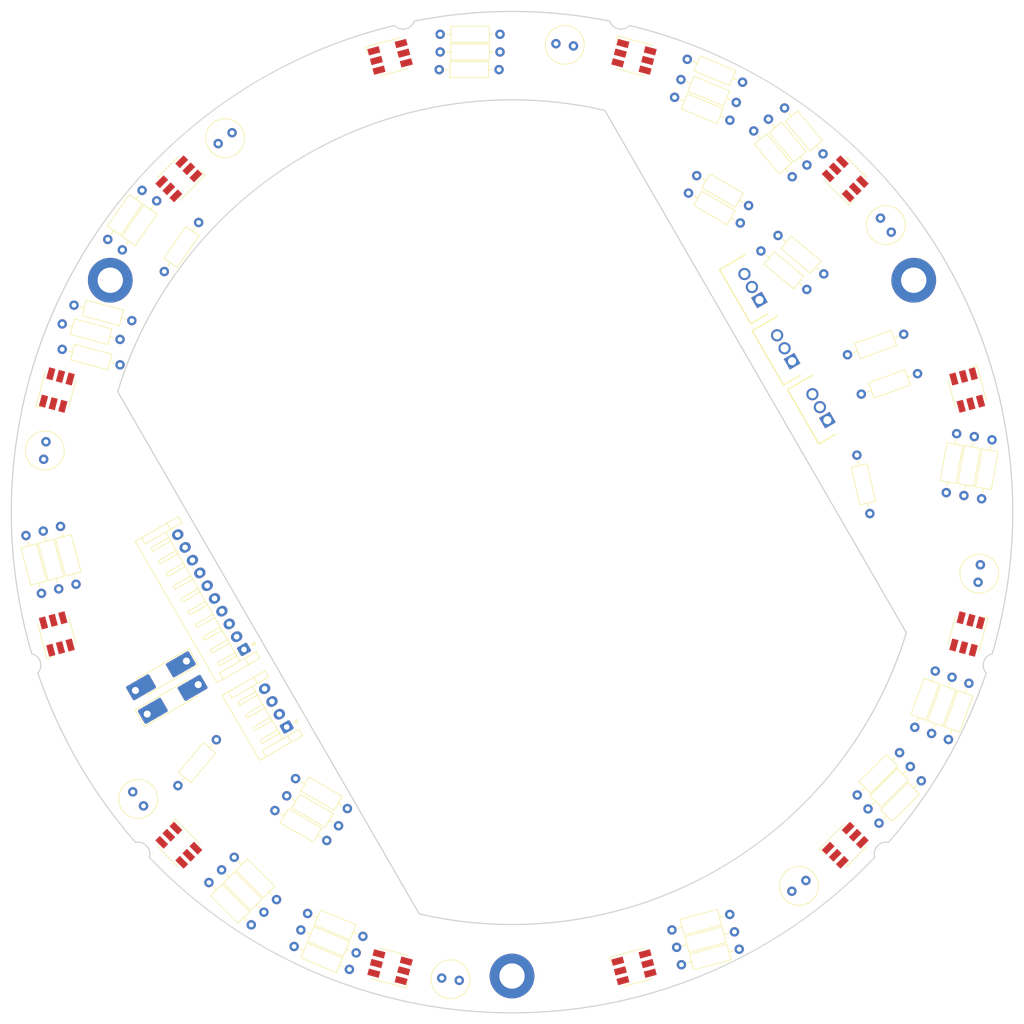
<source format=kicad_pcb>
(kicad_pcb (version 20240108) (generator "pcbnew") (generator_version "8.0")
  (layers (0 "F.Cu" signal) (31 "B.Cu" signal) (34 "B.Paste" user) (35 "F.Paste" user) (36 "B.SilkS" user "B.Silkscreen") (37 "F.SilkS" user "F.Silkscreen") (38 "B.Mask" user) (39 "F.Mask" user) (44 "Edge.Cuts" user))
  (net 0 "")
  (net 1 "pr1")
  (net 2 "Net-(D1-BK)")
  (net 3 "pr2")
  (net 4 "pr3")
  (net 5 "pr4")
  (net 6 "pr5")
  (net 7 "pr6")
  (net 8 "pr7")
  (net 9 "pr8")
  (net 10 "Net-(D1-BA)")
  (net 11 "Net-(D1-GA)")
  (net 12 "Net-(Q1-E)")
  (net 13 "Net-(D1-RA)")
  (net 14 "Net-(D2-BA)")
  (net 15 "Net-(D2-GA)")
  (net 16 "Net-(D2-RA)")
  (net 17 "Net-(D3-BA)")
  (net 18 "Net-(D3-GA)")
  (net 19 "Net-(D3-RA)")
  (net 20 "Net-(D4-BA)")
  (net 21 "Net-(D4-GA)")
  (net 22 "Net-(D4-RA)")
  (net 23 "Net-(D5-BA)")
  (net 24 "Net-(D5-GA)")
  (net 25 "Net-(D5-RA)")
  (net 26 "Net-(D6-BA)")
  (net 27 "Net-(D6-GA)")
  (net 28 "Net-(D6-RA)")
  (net 29 "Net-(D7-BA)")
  (net 30 "Net-(D7-GA)")
  (net 31 "Net-(D7-RA)")
  (net 32 "Net-(D8-BA)")
  (net 33 "Net-(D8-GA)")
  (net 34 "Net-(D8-RA)")
  (net 35 "Net-(D9-BA)")
  (net 36 "Net-(D9-GA)")
  (net 37 "Net-(D9-RA)")
  (net 38 "Net-(D10-BA)")
  (net 39 "Net-(D10-GA)")
  (net 40 "Net-(D10-RA)")
  (net 41 "Net-(D11-BA)")
  (net 42 "Net-(D11-GA)")
  (net 43 "Net-(D11-RA)")
  (net 44 "Net-(D12-BA)")
  (net 45 "Net-(D12-GA)")
  (net 46 "Net-(D12-RA)")
  (net 47 "GND")
  (net 48 "5V")
  (net 49 "Net-(D14-K)")
  (net 50 "Net-(Q1-B)")
  (net 51 "BLAUW")
  (net 52 "GROEN")
  (net 53 "Net-(Q2-B)")
  (net 54 "ROOD")
  (net 55 "Net-(Q3-B)")
  (net 57 "Net-(Q3-E)")
  (net 58 "Net-(Q2-E)")
  (footprint "LED_SMD:LED_RGB_5050-6" (layer "F.Cu") (at 38.8259 83.3945 75)
    (property "Reference" "D11" (hide yes))
    (property "Value" "LED_RGB")
    (pad "1" smd rect (at -2.4 -1.700001 165) (size 1.1 2) (layers "F.Cu" "F.Paste" "F.Mask") (net 2 "Net-(D1-BK)"))
    (pad "2" smd rect (at -2.4 -0.000001 165) (size 1.1 2) (layers "F.Cu" "F.Paste" "F.Mask") (net 2 "Net-(D1-BK)"))
    (pad "3" smd rect (at -2.4 1.7 165) (size 1.1 2) (layers "F.Cu" "F.Paste" "F.Mask") (net 2 "Net-(D1-BK)"))
    (pad "4" smd rect (at 2.4 1.700001 165) (size 1.1 2) (layers "F.Cu" "F.Paste" "F.Mask") (net 41 "Net-(D11-BA)"))
    (pad "5" smd rect (at 2.4 0.000001 165) (size 1.1 2) (layers "F.Cu" "F.Paste" "F.Mask") (net 42 "Net-(D11-GA)"))
    (pad "6" smd rect (at 2.4 -1.7 165) (size 1.1 2) (layers "F.Cu" "F.Paste" "F.Mask") (net 43 "Net-(D11-RA)"))
  )
  (footprint "Library:FOTORESist" (layer "F.Cu") (at 67.3991 40.6317 38)
    (property "Reference" "PR8" (hide yes))
    (property "Value" "A1050")
    (pad "1" thru_hole circle (at -1.500001 -0.000001 38) (size 1.6 1.6) (drill 0.8) (layers "*.Cu" "*.Mask") (net 49 "Net-(D14-K)"))
    (pad "2" thru_hole circle (at 1.500001 0.000001 38) (size 1.6 1.6) (drill 0.8) (layers "*.Cu" "*.Mask") (net 9 "pr8"))
  )
  (footprint "Resistor_THT:R_Axial_DIN0207_L6.3mm_D2.5mm_P10.16mm_Horizontal" (layer "F.Cu") (at 62.9 54.95 -125)
    (property "Reference" "220Ω_36" (hide yes))
    (property "Value" "R_US" (hide yes))
    (pad "1" thru_hole circle (at 0 0 235) (size 1.6 1.6) (drill 0.8) (layers "*.Cu" "*.Mask") (net 46 "Net-(D12-RA)"))
    (pad "2" thru_hole oval (at 10.16 0 235) (size 1.6 1.6) (drill 0.8) (layers "*.Cu" "*.Mask") (net 12 "Net-(Q1-E)"))
  )
  (footprint "Resistor_THT:R_Axial_DIN0207_L6.3mm_D2.5mm_P10.16mm_Horizontal" (layer "F.Cu") (at 66.799999 164.85 -45)
    (property "Reference" "220Ω_26" (hide yes))
    (property "Value" "R_US" (hide yes))
    (pad "1" thru_hole circle (at 0 0 315) (size 1.6 1.6) (drill 0.8) (layers "*.Cu" "*.Mask") (net 36 "Net-(D9-GA)"))
    (pad "2" thru_hole oval (at 10.16 0 315) (size 1.6 1.6) (drill 0.8) (layers "*.Cu" "*.Mask") (net 58 "Net-(Q2-E)"))
  )
  (footprint "Resistor_THT:R_Axial_DIN0207_L6.3mm_D2.5mm_P10.16mm_Horizontal" (layer "F.Cu") (at 39.743097 76.485199 -15)
    (property "Reference" "220Ω_33" (hide yes))
    (property "Value" "R_US")
    (pad "1" thru_hole circle (at 0 0 345) (size 1.6 1.6) (drill 0.8) (layers "*.Cu" "*.Mask") (net 43 "Net-(D11-RA)"))
    (pad "2" thru_hole oval (at 10.16 0.000001 345) (size 1.6 1.6) (drill 0.8) (layers "*.Cu" "*.Mask") (net 12 "Net-(Q1-E)"))
  )
  (footprint "Resistor_THT:R_Axial_DIN0207_L6.3mm_D2.5mm_P10.16mm_Horizontal" (layer "F.Cu") (at 166.165361 45.191506 130)
    (property "Reference" "220Ω_8" (hide yes))
    (property "Value" "R_US")
    (pad "1" thru_hole circle (at 0 0 130) (size 1.6 1.6) (drill 0.8) (layers "*.Cu" "*.Mask") (net 18 "Net-(D3-GA)"))
    (pad "2" thru_hole oval (at 10.16 0 130) (size 1.6 1.6) (drill 0.8) (layers "*.Cu" "*.Mask") (net 58 "Net-(Q2-E)"))
  )
  (footprint "LED_SMD:LED_RGB_5050-6" (layer "F.Cu") (at 136.805524 181.374066 15)
    (property "Reference" "D7" (hide yes))
    (property "Value" "LED_RGB")
    (pad "1" smd rect (at -2.4 -1.7 105) (size 1.1 2) (layers "F.Cu" "F.Paste" "F.Mask") (net 2 "Net-(D1-BK)"))
    (pad "2" smd rect (at -2.4 0 105) (size 1.1 2) (layers "F.Cu" "F.Paste" "F.Mask") (net 2 "Net-(D1-BK)"))
    (pad "3" smd rect (at -2.4 1.7 105) (size 1.1 2) (layers "F.Cu" "F.Paste" "F.Mask") (net 2 "Net-(D1-BK)"))
    (pad "4" smd rect (at 2.4 1.7 105) (size 1.1 2) (layers "F.Cu" "F.Paste" "F.Mask") (net 29 "Net-(D7-BA)"))
    (pad "5" smd rect (at 2.4 0 105) (size 1.1 2) (layers "F.Cu" "F.Paste" "F.Mask") (net 30 "Net-(D7-GA)"))
    (pad "6" smd rect (at 2.4 -1.7 105) (size 1.1 2) (layers "F.Cu" "F.Paste" "F.Mask") (net 31 "Net-(D7-RA)"))
  )
  (footprint "Resistor_THT:R_Axial_DIN0207_L6.3mm_D2.5mm_P10.16mm_Horizontal" (layer "F.Cu") (at 89.643308 178.944032 157.5)
    (property "Reference" "220Ω_23" (hide yes))
    (property "Value" "R_US" (hide yes))
    (pad "1" thru_hole circle (at 0 0 157.5) (size 1.6 1.6) (drill 0.8) (layers "*.Cu" "*.Mask") (net 33 "Net-(D8-GA)"))
    (pad "2" thru_hole oval (at 10.16 0 157.5) (size 1.6 1.6) (drill 0.8) (layers "*.Cu" "*.Mask") (net 58 "Net-(Q2-E)"))
  )
  (footprint "LED_SMD:LED_RGB_5050-6" (layer "F.Cu") (at 59.531458 160.668542 -45)
    (property "Reference" "D9" (hide yes))
    (property "Value" "LED_RGB")
    (pad "1" smd rect (at -2.4 -1.7 45) (size 1.1 2) (layers "F.Cu" "F.Paste" "F.Mask") (net 2 "Net-(D1-BK)"))
    (pad "2" smd rect (at -2.4 0 45) (size 1.1 2) (layers "F.Cu" "F.Paste" "F.Mask") (net 2 "Net-(D1-BK)"))
    (pad "3" smd rect (at -2.4 1.7 45) (size 1.1 2) (layers "F.Cu" "F.Paste" "F.Mask") (net 2 "Net-(D1-BK)"))
    (pad "4" smd rect (at 2.4 1.7 45) (size 1.1 2) (layers "F.Cu" "F.Paste" "F.Mask") (net 35 "Net-(D9-BA)"))
    (pad "5" smd rect (at 2.4 0 45) (size 1.1 2) (layers "F.Cu" "F.Paste" "F.Mask") (net 36 "Net-(D9-GA)"))
    (pad "6" smd rect (at 2.4 -1.7 45) (size 1.1 2) (layers "F.Cu" "F.Paste" "F.Mask") (net 37 "Net-(D9-RA)"))
  )
  (footprint "Diode_SMD:D_MELF-RM10_Universal_Handsoldering" (layer "F.Cu") (at 56.5 131.9 -150)
    (property "Reference" "D13" (hide yes))
    (property "Value" "D")
    (pad "1" thru_hole roundrect (at -5 0 210) (size 4.5 2.7) (drill 1.19888 (offset 1.1 0)) (layers "*.Cu" "*.Mask") (roundrect_rratio 0.0925925926) (net 47 "GND"))
    (pad "2" thru_hole roundrect (at 5 0 30) (size 4.5 2.7) (drill 1.19888 (offset 1.1 0)) (layers "*.Cu" "*.Mask") (roundrect_rratio 0.0925925926) (net 2 "Net-(D1-BK)"))
  )
  (footprint "MountingHole:MountingHole_4.3mm_M4_ISO7380_Pad" (layer "F.Cu") (at 116.099501 182.875)
    (property "Reference" "J4" (hide yes))
    (property "Value" "Screw_Terminal_01x01")
    (pad "1" thru_hole circle (at 0 0) (size 7.6 7.6) (drill 4.3) (layers "*.Cu" "*.Mask") (net 2 "Net-(D1-BK)"))
  )
  (footprint "Connector_JST:JST_EH_S10B-EH_1x10_P2.50mm_Horizontal" (layer "F.Cu") (at 70.6 127.430127 120)
    (property "Reference" "J2" (hide yes))
    (property "Value" "Conn_01x10_Socket")
    (pad "1" thru_hole roundrect (at 0 0 120) (size 1.7 1.95) (drill 0.95) (layers "*.Cu" "*.Mask") (roundrect_rratio 0.147059) (net 48 "5V"))
    (pad "2" thru_hole oval (at 2.500001 -0.000001 120) (size 1.7 1.95) (drill 0.95) (layers "*.Cu" "*.Mask") (net 47 "GND"))
    (pad "3" thru_hole oval (at 5 0 120) (size 1.7 1.95) (drill 0.95) (layers "*.Cu" "*.Mask") (net 51 "BLAUW"))
    (pad "4" thru_hole oval (at 7.500001 -0.000002 120) (size 1.7 1.95) (drill 0.95) (layers "*.Cu" "*.Mask") (net 52 "GROEN"))
    (pad "5" thru_hole oval (at 10 0 120) (size 1.7 1.95) (drill 0.95) (layers "*.Cu" "*.Mask") (net 54 "ROOD"))
    (pad "6" thru_hole oval (at 12.500001 -0.000002 120) (size 1.7 1.95) (drill 0.95) (layers "*.Cu" "*.Mask") (net 9 "pr8"))
    (pad "7" thru_hole oval (at 15 0 120) (size 1.7 1.95) (drill 0.95) (layers "*.Cu" "*.Mask") (net 8 "pr7"))
    (pad "8" thru_hole oval (at 17.5 0 120) (size 1.7 1.95) (drill 0.95) (layers "*.Cu" "*.Mask") (net 7 "pr6"))
    (pad "9" thru_hole oval (at 19.999999 0.000001 120) (size 1.7 1.95) (drill 0.95) (layers "*.Cu" "*.Mask") (net 6 "pr5"))
    (pad "10" thru_hole oval (at 22.499999 0.000001 120) (size 1.7 1.95) (drill 0.95) (layers "*.Cu" "*.Mask") (net 5 "pr4"))
  )
  (footprint "Resistor_THT:R_Axial_DIN0207_L6.3mm_D2.5mm_P10.16mm_Horizontal" (layer "F.Cu") (at 55.777537 51.277415 -125)
    (property "Reference" "220Ω_35" (hide yes))
    (property "Value" "R_US" (hide yes))
    (pad "1" thru_hole circle (at 0 0 235) (size 1.6 1.6) (drill 0.8) (layers "*.Cu" "*.Mask") (net 45 "Net-(D12-GA)"))
    (pad "2" thru_hole oval (at 10.16 0 235) (size 1.6 1.6) (drill 0.8) (layers "*.Cu" "*.Mask") (net 58 "Net-(Q2-E)"))
  )
  (footprint "Library:FOTORESist" (layer "F.Cu") (at 164.800914 167.568267 -142.5)
    (property "Reference" "PR4" (hide yes))
    (property "Value" "A1050")
    (pad "1" thru_hole circle (at -1.5 0 217.5) (size 1.6 1.6) (drill 0.8) (layers "*.Cu" "*.Mask") (net 49 "Net-(D14-K)"))
    (pad "2" thru_hole circle (at 1.5 0 217.5) (size 1.6 1.6) (drill 0.8) (layers "*.Cu" "*.Mask") (net 5 "pr4"))
  )
  (footprint "LED_SMD:LED_RGB_5050-6" (layer "F.Cu") (at 136.805524 26.825934 -15)
    (property "Reference" "D2" (hide yes))
    (property "Value" "LED_RGB")
    (pad "1" smd rect (at -2.4 -1.699998 75) (size 1.1 2) (layers "F.Cu" "F.Paste" "F.Mask") (net 2 "Net-(D1-BK)"))
    (pad "2" smd rect (at -2.4 0.000001 75) (size 1.1 2) (layers "F.Cu" "F.Paste" "F.Mask") (net 2 "Net-(D1-BK)"))
    (pad "3" smd rect (at -2.400002 1.7 75) (size 1.1 2) (layers "F.Cu" "F.Paste" "F.Mask") (net 2 "Net-(D1-BK)"))
    (pad "4" smd rect (at 2.4 1.699998 75) (size 1.1 2) (layers "F.Cu" "F.Paste" "F.Mask") (net 14 "Net-(D2-BA)"))
    (pad "5" smd rect (at 2.4 -0.000001 75) (size 1.1 2) (layers "F.Cu" "F.Paste" "F.Mask") (net 15 "Net-(D2-GA)"))
    (pad "6" smd rect (at 2.400002 -1.7 75) (size 1.1 2) (layers "F.Cu" "F.Paste" "F.Mask") (net 16 "Net-(D2-RA)"))
  )
  (footprint "Resistor_THT:R_Axial_DIN0207_L6.3mm_D2.5mm_P10.16mm_Horizontal" (layer "F.Cu") (at 184.943639 80.611356 -160)
    (property "Reference" "R2" (hide yes))
    (property "Value" "R_US")
    (pad "1" thru_hole circle (at 0 0 200) (size 1.6 1.6) (drill 0.8) (layers "*.Cu" "*.Mask") (net 53 "Net-(Q2-B)"))
    (pad "2" thru_hole oval (at 10.16 0 200) (size 1.6 1.6) (drill 0.8) (layers "*.Cu" "*.Mask") (net 52 "GROEN"))
  )
  (footprint "Resistor_THT:R_Axial_DIN0207_L6.3mm_D2.5mm_P10.16mm_Horizontal" (layer "F.Cu") (at 88.493308 181.744032 157.5)
    (property "Reference" "220Ω_24" (hide yes))
    (property "Value" "R_US" (hide yes))
    (pad "1" thru_hole circle (at 0 0 157.5) (size 1.6 1.6) (drill 0.8) (layers "*.Cu" "*.Mask") (net 34 "Net-(D8-RA)"))
    (pad "2" thru_hole oval (at 10.16 0 157.5) (size 1.6 1.6) (drill 0.8) (layers "*.Cu" "*.Mask") (net 12 "Net-(Q1-E)"))
  )
  (footprint "Resistor_THT:R_Axial_DIN0207_L6.3mm_D2.5mm_P10.16mm_Horizontal" (layer "F.Cu") (at 68.942102 162.707898 -45)
    (property "Reference" "220Ω_27" (hide yes))
    (property "Value" "R_US" (hide yes))
    (pad "1" thru_hole circle (at 0 0 315) (size 1.6 1.6) (drill 0.8) (layers "*.Cu" "*.Mask") (net 37 "Net-(D9-RA)"))
    (pad "2" thru_hole oval (at 10.16 0 315) (size 1.6 1.6) (drill 0.8) (layers "*.Cu" "*.Mask") (net 12 "Net-(Q1-E)"))
  )
  (footprint "Resistor_THT:R_Axial_DIN0207_L6.3mm_D2.5mm_P10.16mm_Horizontal" (layer "F.Cu") (at 191.582133 90.797177 -100)
    (property "Reference" "220Ω_10" (hide yes))
    (property "Value" "R_US" (hide yes))
    (pad "1" thru_hole circle (at 0 0 260) (size 1.6 1.6) (drill 0.8) (layers "*.Cu" "*.Mask") (net 20 "Net-(D4-BA)"))
    (pad "2" thru_hole oval (at 10.16 -0.000001 260) (size 1.6 1.6) (drill 0.8) (layers "*.Cu" "*.Mask") (net 57 "Net-(Q3-E)"))
  )
  (footprint "Resistor_THT:R_Axial_DIN0207_L6.3mm_D2.5mm_P10.16mm_Horizontal" (layer "F.Cu") (at 143.7 33.7 -22.5)
    (property "Reference" "220Ω_4" (hide yes))
    (property "Value" "R_US" (hide yes))
    (pad "1" thru_hole circle (at 0 0 337.5) (size 1.6 1.6) (drill 0.8) (layers "*.Cu" "*.Mask") (net 14 "Net-(D2-BA)"))
    (pad "2" thru_hole oval (at 10.16 -0.000001 337.5) (size 1.6 1.6) (drill 0.8) (layers "*.Cu" "*.Mask") (net 57 "Net-(Q3-E)"))
  )
  (footprint "Resistor_THT:R_Axial_DIN0207_L6.3mm_D2.5mm_P10.16mm_Horizontal" (layer "F.Cu") (at 41.743096 68.985199 -15)
    (property "Reference" "220Ω_31" (hide yes))
    (property "Value" "R_US")
    (pad "1" thru_hole circle (at 0 0 345) (size 1.6 1.6) (drill 0.8) (layers "*.Cu" "*.Mask") (net 41 "Net-(D11-BA)"))
    (pad "2" thru_hole oval (at 10.16 0.000001 345) (size 1.6 1.6) (drill 0.8) (layers "*.Cu" "*.Mask") (net 57 "Net-(Q3-E)"))
  )
  (footprint "Resistor_THT:R_Axial_DIN0207_L6.3mm_D2.5mm_P10.16mm_Horizontal" (layer "F.Cu") (at 197.582133 91.847177 -100)
    (property "Reference" "220Ω_12" (hide yes))
    (property "Value" "R_US" (hide yes))
    (pad "1" thru_hole circle (at 0 0 260) (size 1.6 1.6) (drill 0.8) (layers "*.Cu" "*.Mask") (net 22 "Net-(D4-RA)"))
    (pad "2" thru_hole oval (at 10.16 -0.000001 260) (size 1.6 1.6) (drill 0.8) (layers "*.Cu" "*.Mask") (net 12 "Net-(Q1-E)"))
  )
  (footprint "LED_SMD:LED_RGB_5050-6" (layer "F.Cu") (at 193.374066 124.805524 -105)
    (property "Reference" "D5" (hide yes))
    (property "Value" "LED_RGB")
    (pad "1" smd rect (at -2.4 -1.7 345) (size 1.1 2) (layers "F.Cu" "F.Paste" "F.Mask") (net 2 "Net-(D1-BK)"))
    (pad "2" smd rect (at -2.4 0 345) (size 1.1 2) (layers "F.Cu" "F.Paste" "F.Mask") (net 2 "Net-(D1-BK)"))
    (pad "3" smd rect (at -2.4 1.7 345) (size 1.1 2) (layers "F.Cu" "F.Paste" "F.Mask") (net 2 "Net-(D1-BK)"))
    (pad "4" smd rect (at 2.4 1.7 345) (size 1.1 2) (layers "F.Cu" "F.Paste" "F.Mask") (net 23 "Net-(D5-BA)"))
    (pad "5" smd rect (at 2.4 0 345) (size 1.1 2) (layers "F.Cu" "F.Paste" "F.Mask") (net 24 "Net-(D5-GA)"))
    (pad "6" smd rect (at 2.4 -1.7 345) (size 1.1 2) (layers "F.Cu" "F.Paste" "F.Mask") (net 25 "Net-(D5-RA)"))
  )
  (footprint "Library:FOTORESist" (layer "F.Cu") (at 52.631733 152.800914 127.5)
    (property "Reference" "PR6" (hide yes))
    (property "Value" "A1050")
    (pad "1" thru_hole circle (at -1.500001 0.000001 127.5) (size 1.6 1.6) (drill 0.8) (layers "*.Cu" "*.Mask") (net 49 "Net-(D14-K)"))
    (pad "2" thru_hole circle (at 1.500001 -0.000001 127.5) (size 1.6 1.6) (drill 0.8) (layers "*.Cu" "*.Mask") (net 7 "pr6"))
  )
  (footprint "Resistor_THT:R_Axial_DIN0207_L6.3mm_D2.5mm_P10.16mm_Horizontal" (layer "F.Cu") (at 143.25 175.05 15)
    (property "Reference" "220Ω_21" (hide yes))
    (property "Value" "R_US")
    (pad "1" thru_hole circle (at 0 0 15) (size 1.6 1.6) (drill 0.8) (layers "*.Cu" "*.Mask") (net 31 "Net-(D7-RA)"))
    (pad "2" thru_hole oval (at 10.159999 0 15) (size 1.6 1.6) (drill 0.8) (layers "*.Cu" "*.Mask") (net 12 "Net-(Q1-E)"))
  )
  (footprint "Resistor_THT:R_Axial_DIN0207_L6.3mm_D2.5mm_P10.16mm_Horizontal" (layer "F.Cu") (at 103.9 26)
    (property "Reference" "220Ω_2" (hide yes))
    (property "Value" "R_US")
    (pad "1" thru_hole circle (at 0 0) (size 1.6 1.6) (drill 0.8) (layers "*.Cu" "*.Mask") (net 11 "Net-(D1-GA)"))
    (pad "2" thru_hole oval (at 10.16 0) (size 1.6 1.6) (drill 0.8) (layers "*.Cu" "*.Mask") (net 58 "Net-(Q2-E)"))
  )
  (footprint "Resistor_THT:R_Axial_DIN0207_L6.3mm_D2.5mm_P10.16mm_Horizontal" (layer "F.Cu") (at 88.149409 154.44 150)
    (property "Reference" "10KΩ_4" (hide yes))
    (property "Value" "R_US")
    (pad "1" thru_hole circle (at 0 0 150) (size 1.6 1.6) (drill 0.8) (layers "*.Cu" "*.Mask") (net 5 "pr4"))
    (pad "2" thru_hole oval (at 10.16 0 150) (size 1.6 1.6) (drill 0.8) (layers "*.Cu" "*.Mask") (net 2 "Net-(D1-BK)"))
  )
  (footprint "Library:FOTORESist" (layer "F.Cu") (at 105.657905 183.415589 172.5)
    (property "Reference" "PR5" (hide yes))
    (property "Value" "A1050")
    (pad "1" thru_hole circle (at -1.5 0 172.5) (size 1.6 1.6) (drill 0.8) (layers "*.Cu" "*.Mask") (net 49 "Net-(D14-K)"))
    (pad "2" thru_hole circle (at 1.5 0 172.5) (size 1.6 1.6) (drill 0.8) (layers "*.Cu" "*.Mask") (net 6 "pr5"))
  )
  (footprint "Resistor_THT:R_Axial_DIN0207_L6.3mm_D2.5mm_P10.16mm_Horizontal" (layer "F.Cu") (at 90.786616 176.138064 157.5)
    (property "Reference" "220Ω_22" (hide yes))
    (property "Value" "R_US" (hide yes))
    (pad "1" thru_hole circle (at 0 0 157.5) (size 1.6 1.6) (drill 0.8) (layers "*.Cu" "*.Mask") (net 32 "Net-(D8-BA)"))
    (pad "2" thru_hole oval (at 10.160001 0 157.5) (size 1.6 1.6) (drill 0.8) (layers "*.Cu" "*.Mask") (net 57 "Net-(Q3-E)"))
  )
  (footprint "Resistor_THT:R_Axial_DIN0207_L6.3mm_D2.5mm_P10.16mm_Horizontal" (layer "F.Cu") (at 144.05 178 15)
    (property "Reference" "220Ω_20" (hide yes))
    (property "Value" "R_US" (hide yes))
    (pad "1" thru_hole circle (at 0 0 15) (size 1.6 1.6) (drill 0.8) (layers "*.Cu" "*.Mask") (net 30 "Net-(D7-GA)"))
    (pad "2" thru_hole oval (at 10.159999 0 15) (size 1.6 1.6) (drill 0.8) (layers "*.Cu" "*.Mask") (net 58 "Net-(Q2-E)"))
  )
  (footprint "Resistor_THT:R_Axial_DIN0207_L6.3mm_D2.5mm_P10.16mm_Horizontal" (layer "F.Cu") (at 144.856903 180.95 15)
    (property "Reference" "220Ω_19" (hide yes))
    (property "Value" "R_US" (hide yes))
    (pad "1" thru_hole circle (at 0 0 15) (size 1.6 1.6) (drill 0.8) (layers "*.Cu" "*.Mask") (net 29 "Net-(D7-BA)"))
    (pad "2" thru_hole oval (at 10.159999 0 15) (size 1.6 1.6) (drill 0.8) (layers "*.Cu" "*.Mask") (net 57 "Net-(Q3-E)"))
  )
  (footprint "LED_SMD:LED_RGB_5050-6" (layer "F.Cu") (at 95.394476 26.825934 15)
    (property "Reference" "D1" (hide yes))
    (property "Value" "LED_RGB")
    (pad "1" smd rect (at -2.4 -1.7 105) (size 1.1 2) (layers "F.Cu" "F.Paste" "F.Mask") (net 2 "Net-(D1-BK)"))
    (pad "2" smd rect (at -2.4 0 105) (size 1.1 2) (layers "F.Cu" "F.Paste" "F.Mask") (net 2 "Net-(D1-BK)"))
    (pad "3" smd rect (at -2.4 1.7 105) (size 1.1 2) (layers "F.Cu" "F.Paste" "F.Mask") (net 2 "Net-(D1-BK)"))
    (pad "4" smd rect (at 2.4 1.7 105) (size 1.1 2) (layers "F.Cu" "F.Paste" "F.Mask") (net 10 "Net-(D1-BA)"))
    (pad "5" smd rect (at 2.4 0 105) (size 1.1 2) (layers "F.Cu" "F.Paste" "F.Mask") (net 11 "Net-(D1-GA)"))
    (pad "6" smd rect (at 2.4 -1.7 105) (size 1.1 2) (layers "F.Cu" "F.Paste" "F.Mask") (net 13 "Net-(D1-RA)"))
  )
  (footprint "Resistor_THT:R_Axial_DIN0207_L6.3mm_D2.5mm_P10.16mm_Horizontal" (layer "F.Cu") (at 193.662537 133.173638 -110)
    (property "Reference" "220Ω_15" (hide yes))
    (property "Value" "R_US" (hide yes))
    (pad "1" thru_hole circle (at 0 0 250) (size 1.6 1.6) (drill 0.8) (layers "*.Cu" "*.Mask") (net 25 "Net-(D5-RA)"))
    (pad "2" thru_hole oval (at 10.16 0 250) (size 1.6 1.6) (drill 0.8) (layers "*.Cu" "*.Mask") (net 12 "Net-(Q1-E)"))
  )
  (footprint "Resistor_THT:R_Axial_DIN0207_L6.3mm_D2.5mm_P10.16mm_Horizontal" (layer "F.Cu") (at 64.65 167 -45)
    (property "Reference" "220Ω_25" (hide yes))
    (property "Value" "R_US" (hide yes))
    (pad "1" thru_hole circle (at 0 0 315) (size 1.6 1.6) (drill 0.8) (layers "*.Cu" "*.Mask") (net 35 "Net-(D9-BA)"))
    (pad "2" thru_hole oval (at 10.16 0 315) (size 1.6 1.6) (drill 0.8) (layers "*.Cu" "*.Mask") (net 57 "Net-(Q3-E)"))
  )
  (footprint "LED_SMD:LED_RGB_5050-6" (layer "F.Cu") (at 38.825934 124.805524 105)
    (property "Reference" "D10" (hide yes))
    (property "Value" "LED_RGB")
    (pad "1" smd rect (at -2.4 -1.700003 195) (size 1.1 2) (layers "F.Cu" "F.Paste" "F.Mask") (net 2 "Net-(D1-BK)"))
    (pad "2" smd rect (at -2.4 0 195) (size 1.1 2) (layers "F.Cu" "F.Paste" "F.Mask") (net 2 "Net-(D1-BK)"))
    (pad "3" smd rect (at -2.399999 1.7 195) (size 1.1 2) (layers "F.Cu" "F.Paste" "F.Mask") (net 2 "Net-(D1-BK)"))
    (pad "4" smd rect (at 2.4 1.700003 195) (size 1.1 2) (layers "F.Cu" "F.Paste" "F.Mask") (net 38 "Net-(D10-BA)"))
    (pad "5" smd rect (at 2.4 0 195) (size 1.1 2) (layers "F.Cu" "F.Paste" "F.Mask") (net 39 "Net-(D10-GA)"))
    (pad "6" smd rect (at 2.399999 -1.7 195) (size 1.1 2) (layers "F.Cu" "F.Paste" "F.Mask") (net 40 "Net-(D10-RA)"))
  )
  (footprint "Resistor_THT:R_Axial_DIN0207_L6.3mm_D2.5mm_P10.16mm_Horizontal" (layer "F.Cu") (at 176.538132 154.499595 45)
    (property "Reference" "220Ω_17" (hide yes))
    (property "Value" "R_US" (hide yes))
    (pad "1" thru_hole circle (at 0 0 45) (size 1.6 1.6) (drill 0.8) (layers "*.Cu" "*.Mask") (net 27 "Net-(D6-GA)"))
    (pad "2" thru_hole oval (at 10.16 0 45) (size 1.6 1.6) (drill 0.8) (layers "*.Cu" "*.Mask") (net 58 "Net-(Q2-E)"))
  )
  (footprint "Resistor_THT:R_Axial_DIN0207_L6.3mm_D2.5mm_P10.16mm_Horizontal" (layer "F.Cu") (at 176.849513 104.359584 102.5)
    (property "Reference" "R3" (hide yes))
    (property "Value" "R_US" (hide yes))
    (pad "1" thru_hole circle (at 0 0 102.5) (size 1.6 1.6) (drill 0.8) (layers "*.Cu" "*.Mask") (net 55 "Net-(Q3-B)"))
    (pad "2" thru_hole oval (at 10.159998 0 102.5) (size 1.6 1.6) (drill 0.8) (layers "*.Cu" "*.Mask") (net 54 "ROOD"))
  )
  (footprint "Resistor_THT:R_Axial_DIN0207_L6.3mm_D2.5mm_P10.16mm_Horizontal" (layer "F.Cu") (at 53.3 49.5 -125)
    (property "Reference" "220Ω_34" (hide yes))
    (property "Value" "R_US" (hide yes))
    (pad "1" thru_hole circle (at 0 0 235) (size 1.6 1.6) (drill 0.8) (layers "*.Cu" "*.Mask") (net 44 "Net-(D12-BA)"))
    (pad "2" thru_hole oval (at 10.16 0 235) (size 1.6 1.6) (drill 0.8) (layers "*.Cu" "*.Mask") (net 57 "Net-(Q3-E)"))
  )
  (footprint "LED_SMD:LED_RGB_5050-6" (layer "F.Cu") (at 172.668542 47.531458 135)
    (property "Reference" "D3" (hide yes))
    (property "Value" "LED_RGB")
    (pad "1" smd rect (at -2.4 -1.7 225) (size 1.1 2) (layers "F.Cu" "F.Paste" "F.Mask") (net 2 "Net-(D1-BK)"))
    (pad "2" smd rect (at -2.4 0 225) (size 1.1 2) (layers "F.Cu" "F.Paste" "F.Mask") (net 2 "Net-(D1-BK)"))
    (pad "3" smd rect (at -2.4 1.700001 225) (size 1.1 2) (layers "F.Cu" "F.Paste" "F.Mask") (net 2 "Net-(D1-BK)"))
    (pad "4" smd rect (at 2.4 1.7 225) (size 1.1 2) (layers "F.Cu" "F.Paste" "F.Mask") (net 17 "Net-(D3-BA)"))
    (pad "5" smd rect (at 2.4 0 225) (size 1.1 2) (layers "F.Cu" "F.Paste" "F.Mask") (net 18 "Net-(D3-GA)"))
    (pad "6" smd rect (at 2.4 -1.700001 225) (size 1.1 2) (layers "F.Cu" "F.Paste" "F.Mask") (net 19 "Net-(D3-RA)"))
  )
  (footprint "Library:NPN" (layer "F.Cu") (at 163.64 78.49941 120)
    (property "Reference" "Q1" (hide yes))
    (property "Value" "NPN")
    (pad "1" thru_hole rect (at 0 0 120) (size 2.07 2.07) (drill 1.38) (layers "*.Cu" "*.Mask") (net 49 "Net-(D14-K)"))
    (pad "2" thru_hole circle (at 2.540001 -0.000001 120) (size 2.07 2.07) (drill 1.38) (layers "*.Cu" "*.Mask") (net 50 "Net-(Q1-B)"))
    (pad "3" thru_hole circle (at 5.080001 0 120) (size 2.07 2.07) (drill 1.38) (layers "*.Cu" "*.Mask") (net 12 "Net-(Q1-E)"))
  )
  (footprint "Resistor_THT:R_Axial_DIN0207_L6.3mm_D2.5mm_P10.16mm_Horizontal" (layer "F.Cu") (at 84.649409 159.86 150)
    (property "Reference" "10KΩ_6" (hide yes))
    (property "Value" "R_US")
    (pad "1" thru_hole circle (at 0 0 150) (size 1.6 1.6) (drill 0.8) (layers "*.Cu" "*.Mask") (net 7 "pr6"))
    (pad "2" thru_hole oval (at 10.159999 0 150) (size 1.6 1.6) (drill 0.8) (layers "*.Cu" "*.Mask") (net 2 "Net-(D1-BK)"))
  )
  (footprint "Resistor_THT:R_Axial_DIN0207_L6.3mm_D2.5mm_P10.16mm_Horizontal" (layer "F.Cu") (at 187.95 131.1 -110)
    (property "Reference" "220Ω_13" (hide yes))
    (property "Value" "R_US" (hide yes))
    (pad "1" thru_hole circle (at 0 0 250) (size 1.6 1.6) (drill 0.8) (layers "*.Cu" "*.Mask") (net 23 "Net-(D5-BA)"))
    (pad "2" thru_hole oval (at 10.16 0 250) (size 1.6 1.6) (drill 0.8) (layers "*.Cu" "*.Mask") (net 57 "Net-(Q3-E)"))
  )
  (footprint "LED_SMD:LED_RGB_5050-6" (layer "F.Cu") (at 95.394476 181.374066 165)
    (property "Reference" "D8" (hide yes))
    (property "Value" "LED_RGB")
    (pad "1" smd rect (at -2.4 -1.699999 255) (size 1.1 2) (layers "F.Cu" "F.Paste" "F.Mask") (net 2 "Net-(D1-BK)"))
    (pad "2" smd rect (at -2.4 0 255) (size 1.1 2) (layers "F.Cu" "F.Paste" "F.Mask") (net 2 "Net-(D1-BK)"))
    (pad "3" smd rect (at -2.4 1.7 255) (size 1.1 2) (layers "F.Cu" "F.Paste" "F.Mask") (net 2 "Net-(D1-BK)"))
    (pad "4" smd rect (at 2.4 1.699999 255) (size 1.1 2) (layers "F.Cu" "F.Paste" "F.Mask") (net 32 "Net-(D8-BA)"))
    (pad "5" smd rect (at 2.4 0 255) (size 1.1 2) (layers "F.Cu" "F.Paste" "F.Mask") (net 33 "Net-(D8-GA)"))
    (pad "6" smd rect (at 2.4 -1.7 255) (size 1.1 2) (layers "F.Cu" "F.Paste" "F.Mask") (net 34 "Net-(D8-RA)"))
  )
  (footprint "Library:FOTORESist" (layer "F.Cu") (at 179.568267 55.399086 -52.5)
    (property "Reference" "PR2" (hide yes))
    (property "Value" "A1050")
    (pad "1" thru_hole circle (at -1.500001 -0.000001 307.5) (size 1.6 1.6) (drill 0.8) (layers "*.Cu" "*.Mask") (net 49 "Net-(D14-K)"))
    (pad "2" thru_hole circle (at 1.500001 0.000001 307.5) (size 1.6 1.6) (drill 0.8) (layers "*.Cu" "*.Mask") (net 3 "pr2"))
  )
  (footprint "Resistor_THT:R_Axial_DIN0207_L6.3mm_D2.5mm_P10.16mm_Horizontal" (layer "F.Cu") (at 42.0852 116.357723 105)
    (property "Reference" "220Ω_28" (hide yes))
    (property "Value" "R_US")
    (pad "1" thru_hole circle (at 0 0 105) (size 1.6 1.6) (drill 0.8) (layers "*.Cu" "*.Mask") (net 38 "Net-(D10-BA)"))
    (pad "2" thru_hole oval (at 10.160001 0 105) (size 1.6 1.6) (drill 0.8) (layers "*.Cu" "*.Mask") (net 57 "Net-(Q3-E)"))
  )
  (footprint "Resistor_THT:R_Axial_DIN0207_L6.3mm_D2.5mm_P10.16mm_Horizontal" (layer "F.Cu") (at 178.398602 156.914579 45)
    (property "Reference" "220Ω_16" (hide yes))
    (property "Value" "R_US")
    (pad "1" thru_hole circle (at 0 0 45) (size 1.6 1.6) (drill 0.8) (layers "*.Cu" "*.Mask") (net 26 "Net-(D6-BA)"))
    (pad "2" thru_hole oval (at 10.160002 -0.000001 45) (size 1.6 1.6) (drill 0.8) (layers "*.Cu" "*.Mask") (net 57 "Net-(Q3-E)"))
  )
  (footprint "Resistor_THT:R_Axial_DIN0207_L6.3mm_D2.5mm_P10.16mm_Horizontal" (layer "F.Cu") (at 156.257903 52.074639 150)
    (property "Reference" "10KΩ_7" (hide yes))
    (property "Value" "R_US")
    (pad "1" thru_hole circle (at 0 0 150) (size 1.6 1.6) (drill 0.8) (layers "*.Cu" "*.Mask") (net 8 "pr7"))
    (pad "2" thru_hole oval (at 10.16 0 150) (size 1.6 1.6) (drill 0.8) (layers "*.Cu" "*.Mask") (net 2 "Net-(D1-BK)"))
  )
  (footprint "Resistor_THT:R_Axial_DIN0207_L6.3mm_D2.5mm_P10.16mm_Horizontal" (layer "F.Cu") (at 168.9 43.3 130)
    (property "Reference" "220Ω_7" (hide yes))
    (property "Value" "R_US")
    (pad "1" thru_hole circle (at 0 0 130) (size 1.6 1.6) (drill 0.8) (layers "*.Cu" "*.Mask") (net 17 "Net-(D3-BA)"))
    (pad "2" thru_hole oval (at 10.16 0 130) (size 1.6 1.6) (drill 0.8) (layers "*.Cu" "*.Mask") (net 57 "Net-(Q3-E)"))
  )
  (footprint "Resistor_THT:R_Axial_DIN0207_L6.3mm_D2.5mm_P10.16mm_Horizontal" (layer "F.Cu") (at 86.649409 157.36 150)
    (property "Reference" "10KΩ_5" (hide yes))
    (property "Value" "R_US")
    (pad "1" thru_hole circle (at 0 0 150) (size 1.6 1.6) (drill 0.8) (layers "*.Cu" "*.Mask") (net 6 "pr5"))
    (pad "2" thru_hole oval (at 10.16 0 150) (size 1.6 1.6) (drill 0.8) (layers "*.Cu" "*.Mask") (net 2 "Net-(D1-BK)"))
  )
  (footprint "LED_SMD:LED_RGB_5050-6" (layer "F.Cu") (at 59.531458 47.531458 -135)
    (property "Reference" "D12" (hide yes))
    (property "Value" "LED_RGB")
    (pad "1" smd rect (at -2.400001 -1.700001 315) (size 1.1 2) (layers "F.Cu" "F.Paste" "F.Mask") (net 2 "Net-(D1-BK)"))
    (pad "2" smd rect (at -2.4 -0.000001 315) (size 1.1 2) (layers "F.Cu" "F.Paste" "F.Mask") (net 2 "Net-(D1-BK)"))
    (pad "3" smd rect (at -2.4 1.7 315) (size 1.1 2) (layers "F.Cu" "F.Paste" "F.Mask") (net 2 "Net-(D1-BK)"))
    (pad "4" smd rect (at 2.400001 1.700001 315) (size 1.1 2) (layers "F.Cu" "F.Paste" "F.Mask") (net 44 "Net-(D12-BA)"))
    (pad "5" smd rect (at 2.4 0.000001 315) (size 1.1 2) (layers "F.Cu" "F.Paste" "F.Mask") (net 45 "Net-(D12-GA)"))
    (pad "6" smd rect (at 2.4 -1.7 315) (size 1.1 2) (layers "F.Cu" "F.Paste" "F.Mask") (net 46 "Net-(D12-RA)"))
  )
  (footprint "Resistor_THT:R_Axial_DIN0207_L6.3mm_D2.5mm_P10.16mm_Horizontal" (layer "F.Cu") (at 65.915361 142.758494 -130)
    (property "Reference" "10KΩ_1" (hide yes))
    (property "Value" "R_US")
    (pad "1" thru_hole circle (at 0 0 230) (size 1.6 1.6) (drill 0.8) (layers "*.Cu" "*.Mask") (net 1 "pr1"))
    (pad "2" thru_hole oval (at 10.16 0 230) (size 1.6 1.6) (drill 0.8) (layers "*.Cu" "*.Mask") (net 2 "Net-(D1-BK)"))
  )
  (footprint "Resistor_THT:R_Axial_DIN0207_L6.3mm_D2.5mm_P10.16mm_Horizontal" (layer "F.Cu") (at 174.707898 152.142103 45)
    (property "Reference" "220Ω_18" (hide yes))
    (property "Value" "R_US" (hide yes))
    (pad "1" thru_hole circle (at 0 0 45) (size 1.6 1.6) (drill 0.8) (layers "*.Cu" "*.Mask") (net 28 "Net-(D6-RA)"))
    (pad "2" thru_hole oval (at 10.16 0 45) (size 1.6 1.6) (drill 0.8) (layers "*.Cu" "*.Mask") (net 12 "Net-(Q1-E)"))
  )
  (footprint "Resistor_THT:R_Axial_DIN0207_L6.3mm_D2.5mm_P10.16mm_Horizontal" (layer "F.Cu") (at 145.85 27.25 -22.5)
    (property "Reference" "220Ω_6" (hide yes))
    (property "Value" "R_US" (hide yes))
    (pad "1" thru_hole circle (at 0 0 337.5) (size 1.6 1.6) (drill 0.8) (layers "*.Cu" "*.Mask") (net 16 "Net-(D2-RA)"))
    (pad "2" thru_hole oval (at 10.16 0 337.5) (size 1.6 1.6) (drill 0.8) (layers "*.Cu" "*.Mask") (net 12 "Net-(Q1-E)"))
  )
  (footprint "Resistor_THT:R_Axial_DIN0207_L6.3mm_D2.5mm_P10.16mm_Horizontal" (layer "F.Cu") (at 103.9 23)
    (property "Reference" "220Ω_3" (hide yes))
    (property "Value" "R_US")
    (pad "1" thru_hole circle (at 0 0) (size 1.6 1.6) (drill 0.8) (layers "*.Cu" "*.Mask") (net 13 "Net-(D1-RA)"))
    (pad "2" thru_hole oval (at 10.16 0) (size 1.6 1.6) (drill 0.8) (layers "*.Cu" "*.Mask") (net 12 "Net-(Q1-E)"))
  )
  (footprint "Resistor_THT:R_Axial_DIN0207_L6.3mm_D2.5mm_P10.16mm_Horizontal" (layer "F.Cu") (at 144.779924 30.682095 -22.5)
    (property "Reference" "220Ω_5" (hide yes))
    (property "Value" "R_US" (hide yes))
    (pad "1" thru_hole circle (at 0 0 337.5) (size 1.6 1.6) (drill 0.8) (layers "*.Cu" "*.Mask") (net 15 "Net-(D2-GA)"))
    (pad "2" thru_hole oval (at 10.16 0 337.5) (size 1.6 1.6) (drill 0.8) (layers "*.Cu" "*.Mask") (net 58 "Net-(Q2-E)"))
  )
  (footprint "Library:NPN" (layer "F.Cu") (at 169.640001 88.499408 120)
    (property "Reference" "Q3" (hide yes))
    (property "Value" "NPN")
    (pad "1" thru_hole rect (at 0 0 120) (size 2.07 2.07) (drill 1.38) (layers "*.Cu" "*.Mask") (net 49 "Net-(D14-K)"))
    (pad "2" thru_hole circle (at 2.539999 0.000001 120) (size 2.07 2.07) (drill 1.38) (layers "*.Cu" "*.Mask") (net 55 "Net-(Q3-B)"))
    (pad "3" thru_hole circle (at 5.08 -0.000001 120) (size 2.07 2.07) (drill 1.38) (layers "*.Cu" "*.Mask") (net 57 "Net-(Q3-E)"))
  )
  (footprint "Resistor_THT:R_Axial_DIN0207_L6.3mm_D2.5mm_P10.16mm_Horizontal" (layer "F.Cu") (at 169.033012 63.680722 140)
    (property "Reference" "10KΩ_3" (hide yes))
    (property "Value" "R_US")
    (pad "1" thru_hole circle (at 0 0 140) (size 1.6 1.6) (drill 0.8) (layers "*.Cu" "*.Mask") (net 4 "pr3"))
    (pad "2" thru_hole oval (at 10.16 0 140) (size 1.6 1.6) (drill 0.8) (layers "*.Cu" "*.Mask") (net 2 "Net-(D1-BK)"))
  )
  (footprint "LED_SMD:LED_RGB_5050-6" (layer "F.Cu") (at 193.374066 83.394476 -75)
    (property "Reference" "D4" (hide yes))
    (property "Value" "LED_RGB")
    (pad "1" smd rect (at -2.4 -1.7 15) (size 1.1 2) (layers "F.Cu" "F.Paste" "F.Mask") (net 2 "Net-(D1-BK)"))
    (pad "2" smd rect (at -2.4 0 15) (size 1.1 2) (layers "F.Cu" "F.Paste" "F.Mask") (net 2 "Net-(D1-BK)"))
    (pad "3" smd rect (at -2.4 1.7 15) (size 1.1 2) (layers "F.Cu" "F.Paste" "F.Mask") (net 2 "Net-(D1-BK)"))
    (pad "4" smd rect (at 2.4 1.7 15) (size 1.1 2) (layers "F.Cu" "F.Paste" "F.Mask") (net 20 "Net-(D4-BA)"))
    (pad "5" smd rect (at 2.4 0 15) (size 1.1 2) (layers "F.Cu" "F.Paste" "F.Mask") (net 21 "Net-(D4-GA)"))
    (pad "6" smd rect (at 2.4 -1.7 15) (size 1.1 2) (layers "F.Cu" "F.Paste" "F.Mask") (net 22 "Net-(D4-RA)"))
  )
  (footprint "Resistor_THT:R_Axial_DIN0207_L6.3mm_D2.5mm_P10.16mm_Horizontal" (layer "F.Cu") (at 36.214803 117.906903 105)
    (property "Reference" "220Ω_30" (hide yes))
    (property "Value" "R_US")
    (pad "1" thru_hole circle (at 0 0 105) (size 1.6 1.6) (drill 0.8) (layers "*.Cu" "*.Mask") (net 40 "Net-(D10-RA)"))
    (pad "2" thru_hole oval (at 10.160001 -0.000001 105) (size 1.6 1.6) (drill 0.8) (layers "*.Cu" "*.Mask") (net 12 "Net-(Q1-E)"))
  )
  (footprint "Library:FOTORESist" (layer "F.Cu") (at 125.042095 24.784411 -7.5)
    (property "Reference" "PR1" (hide yes))
    (property "Value" "A1050")
    (pad "1" thru_hole circle (at -1.5 0 352.5) (size 1.6 1.6) (drill 0.8) (layers "*.Cu" "*.Mask") (net 49 "Net-(D14-K)"))
    (pad "2" thru_hole circle (at 1.5 0 352.5) (size 1.6 1.6) (drill 0.8) (layers "*.Cu" "*.Mask") (net 1 "pr1"))
  )
  (footprint "Resistor_THT:R_Axial_DIN0207_L6.3mm_D2.5mm_P10.16mm_Horizontal" (layer "F.Cu") (at 194.582133 91.297177 -100)
    (property "Reference" "220Ω_11" (hide yes))
    (property "Value" "R_US" (hide yes))
    (pad "1" thru_hole circle (at 0 0 260) (size 1.6 1.6) (drill 0.8) (layers "*.Cu" "*.Mask") (net 21 "Net-(D4-GA)"))
    (pad "2" thru_hole oval (at 10.16 -0.000001 260) (size 1.6 1.6) (drill 0.8) (layers "*.Cu" "*.Mask") (net 58 "Net-(Q2-E)"))
  )
  (footprint "MountingHole:MountingHole_4.3mm_M4_ISO7380_Pad" (layer "F.Cu") (at 184.299002 64.75)
    (property "Reference" "J3" (hide yes))
    (property "Value" "Screw_Terminal_01x01")
    (pad "1" thru_hole circle (at 0 0) (size 7.6 7.6) (drill 4.3) (layers "*.Cu" "*.Mask") (net 2 "Net-(D1-BK)"))
  )
  (footprint "Resistor_THT:R_Axial_DIN0207_L6.3mm_D2.5mm_P10.16mm_Horizontal" (layer "F.Cu") (at 154.858494 55.034639 150)
    (property "Reference" "10KΩ_8" (hide yes))
    (property "Value" "R_US")
    (pad "1" thru_hole circle (at 0 0 150) (size 1.6 1.6) (drill 0.8) (layers "*.Cu" "*.Mask") (net 9 "pr8"))
    (pad "2" thru_hole oval (at 10.16 0 150) (size 1.6 1.6) (drill 0.8) (layers "*.Cu" "*.Mask") (net 2 "Net-(D1-BK)"))
  )
  (footprint "Diode_SMD:D_MELF-RM10_Universal_Handsoldering" (layer "F.Cu") (at 58.5 135.9 30)
    (property "Reference" "D14" (hide yes))
    (property "Value" "D")
    (pad "1" thru_hole roundrect (at -5 -0.000001 30) (size 4.5 2.7) (drill 1.19888 (offset 1.1 0)) (layers "*.Cu" "*.Mask") (roundrect_rratio 0.0925925926) (net 49 "Net-(D14-K)"))
    (pad "2" thru_hole roundrect (at 5 0.000001 210) (size 4.5 2.7) (drill 1.19888 (offset 1.1 0)) (layers "*.Cu" "*.Mask") (roundrect_rratio 0.0925925926) (net 48 "5V"))
  )
  (footprint "Resistor_THT:R_Axial_DIN0207_L6.3mm_D2.5mm_P10.16mm_Horizontal" (layer "F.Cu") (at 182.597277 73.925075 -160)
    (property "Reference" "R1" (hide yes))
    (property "Value" "R_US")
    (pad "1" thru_hole circle (at 0 0 200) (size 1.6 1.6) (drill 0.8) (layers "*.Cu" "*.Mask") (net 50 "Net-(Q1-B)"))
    (pad "2" thru_hole oval (at 10.16 0 200) (size 1.6 1.6) (drill 0.8) (layers "*.Cu" "*.Mask") (net 51 "BLAUW"))
  )
  (footprint "Library:FOTORESist" (layer "F.Cu") (at 36.784411 93.657905 82.5)
    (property "Reference" "PR7" (hide yes))
    (property "Value" "A1050")
    (pad "1" thru_hole circle (at -1.5 0 82.5) (size 1.6 1.6) (drill 0.8) (layers "*.Cu" "*.Mask") (net 49 "Net-(D14-K)"))
    (pad "2" thru_hole circle (at 1.5 0 82.5) (size 1.6 1.6) (drill 0.8) (layers "*.Cu" "*.Mask") (net 8 "pr7"))
  )
  (footprint "Resistor_THT:R_Axial_DIN0207_L6.3mm_D2.5mm_P10.16mm_Horizontal" (layer "F.Cu") (at 190.8 132.15 -110)
    (property "Reference" "220Ω_14" (hide yes))
    (property "Value" "R_US" (hide yes))
    (pad "1" thru_hole circle (at 0 0 250) (size 1.6 1.6) (drill 0.8) (layers "*.Cu" "*.Mask") (net 24 "Net-(D5-GA)"))
    (pad "2" thru_hole oval (at 10.16 0 250) (size 1.6 1.6) (drill 0.8) (layers "*.Cu" "*.Mask") (net 58 "Net-(Q2-E)"))
  )
  (footprint "Resistor_THT:R_Axial_DIN0207_L6.3mm_D2.5mm_P10.16mm_Horizontal" (layer "F.Cu") (at 166.141506 66.315361 140)
    (property "Reference" "10KΩ_2" (hide yes))
    (property "Value" "R_US")
    (pad "1" thru_hole circle (at 0 0 140) (size 1.6 1.6) (drill 0.8) (layers "*.Cu" "*.Mask") (net 3 "pr2"))
    (pad "2" thru_hole oval (at 10.16 0 140) (size 1.6 1.6) (drill 0.8) (layers "*.Cu" "*.Mask") (net 2 "Net-(D1-BK)"))
  )
  (footprint "LED_SMD:LED_RGB_5050-6" (layer "F.Cu") (at 172.668542 160.668542 45)
    (property "Reference" "D6" (hide yes))
    (property "Value" "LED_RGB")
    (pad "1" smd rect (at -2.4 -1.7 135) (size 1.1 2) (layers "F.Cu" "F.Paste" "F.Mask") (net 2 "Net-(D1-BK)"))
    (pad "2" smd rect (at -2.4 0 135) (size 1.1 2) (layers "F.Cu" "F.Paste" "F.Mask") (net 2 "Net-(D1-BK)"))
    (pad "3" smd rect (at -2.4 1.699999 135) (size 1.1 2) (layers "F.Cu" "F.Paste" "F.Mask") (net 2 "Net-(D1-BK)"))
    (pad "4" smd rect (at 2.4 1.7 135) (size 1.1 2) (layers "F.Cu" "F.Paste" "F.Mask") (net 26 "Net-(D6-BA)"))
    (pad "5" smd rect (at 2.4 0 135) (size 1.1 2) (layers "F.Cu" "F.Paste" "F.Mask") (net 27 "Net-(D6-GA)"))
    (pad "6" smd rect (at 2.4 -1.699999 135) (size 1.1 2) (layers "F.Cu" "F.Paste" "F.Mask") (net 28 "Net-(D6-RA)"))
  )
  (footprint "Resistor_THT:R_Axial_DIN0207_L6.3mm_D2.5mm_P10.16mm_Horizontal" (layer "F.Cu") (at 103.74 29)
    (property "Reference" "220Ω_1" (hide yes))
    (property "Value" "R_US")
    (pad "1" thru_hole circle (at 0 0) (size 1.6 1.6) (drill 0.8) (layers "*.Cu" "*.Mask") (net 10 "Net-(D1-BA)"))
    (pad "2" thru_hole oval (at 10.16 0) (size 1.6 1.6) (drill 0.8) (layers "*.Cu" "*.Mask") (net 57 "Net-(Q3-E)"))
  )
  (footprint "Resistor_THT:R_Axial_DIN0207_L6.3mm_D2.5mm_P10.16mm_Horizontal" (layer "F.Cu") (at 163.665362 47.191506 130)
    (property "Reference" "220Ω_9" (hide yes))
    (property "Value" "R_US")
    (pad "1" thru_hole circle (at 0 0 130) (size 1.6 1.6) (drill 0.8) (layers "*.Cu" "*.Mask") (net 19 "Net-(D3-RA)"))
    (pad "2" thru_hole oval (at 10.160002 -0.000001 130) (size 1.6 1.6) (drill 0.8) (layers "*.Cu" "*.Mask") (net 12 "Net-(Q1-E)"))
  )
  (footprint "Library:NPN" (layer "F.Cu") (at 158.1 68.1 120)
    (property "Reference" "Q2" (hide yes))
    (property "Value" "NPN")
    (pad "1" thru_hole rect (at 0 0 120) (size 2.07 2.07) (drill 1.38) (layers "*.Cu" "*.Mask") (net 49 "Net-(D14-K)"))
    (pad "2" thru_hole circle (at 2.540001 0.000002 120) (size 2.07 2.07) (drill 1.38) (layers "*.Cu" "*.Mask") (net 53 "Net-(Q2-B)"))
    (pad "3" thru_hole circle (at 5.079999 -0.000001 120) (size 2.07 2.07) (drill 1.38) (layers "*.Cu" "*.Mask") (net 58 "Net-(Q2-E)"))
  )
  (footprint "Resistor_THT:R_Axial_DIN0207_L6.3mm_D2.5mm_P10.16mm_Horizontal" (layer "F.Cu") (at 39.743097 72.170398 -15)
    (property "Reference" "220Ω_32" (hide yes))
    (property "Value" "R_US")
    (pad "1" thru_hole circle (at 0 0 345) (size 1.6 1.6) (drill 0.8) (layers "*.Cu" "*.Mask") (net 42 "Net-(D11-GA)"))
    (pad "2" thru_hole oval (at 10.16 0.000001 345) (size 1.6 1.6) (drill 0.8) (layers "*.Cu" "*.Mask") (net 58 "Net-(Q2-E)"))
  )
  (footprint "Connector_JST:JST_EH_S4B-EH_1x04_P2.50mm_Horizontal" (layer "F.Cu") (at 77.85 140.59519 120)
    (property "Reference" "J1" (hide yes))
    (property "Value" "Conn_01x04_Socket")
    (pad "1" thru_hole roundrect (at 0 0 120) (size 1.7 1.95) (drill 0.95) (layers "*.Cu" "*.Mask") (roundrect_rratio 0.147059) (net 4 "pr3"))
    (pad "2" thru_hole oval (at 2.500001 -0.000001 120) (size 1.7 1.95) (drill 0.95) (layers "*.Cu" "*.Mask") (net 3 "pr2"))
    (pad "3" thru_hole oval (at 5 0 120) (size 1.7 1.95) (drill 0.95) (layers "*.Cu" "*.Mask") (net 1 "pr1"))
    (pad "4" thru_hole oval (at 7.5 0 120) (size 1.7 1.95) (drill 0.95) (layers "*.Cu" "*.Mask"))
  )
  (footprint "MountingHole:MountingHole_4.3mm_M4_ISO7380_Pad" (layer "F.Cu") (at 47.9 64.75)
    (property "Reference" "J5" (hide yes))
    (property "Value" "Screw_Terminal_01x01" (hide yes))
    (pad "1" thru_hole circle (at 0 0) (size 7.6 7.6) (drill 4.3) (layers "*.Cu" "*.Mask") (net 2 "Net-(D1-BK)"))
  )
  (footprint "Library:FOTORESist" (layer "F.Cu") (at 195.415589 114.542095 -97.5)
    (property "Reference" "PR3" (hide yes))
    (property "Value" "A1050")
    (pad "1" thru_hole circle (at -1.5 0 262.5) (size 1.6 1.6) (drill 0.8) (layers "*.Cu" "*.Mask") (net 49 "Net-(D14-K)"))
    (pad "2" thru_hole circle (at 1.5 0 262.5) (size 1.6 1.6) (drill 0.8) (layers "*.Cu" "*.Mask") (net 4 "pr3"))
  )
  (footprint "Resistor_THT:R_Axial_DIN0207_L6.3mm_D2.5mm_P10.16mm_Horizontal" (layer "F.Cu") (at 39.150001 117.149999 105)
    (property "Reference" "220Ω_29" (hide yes))
    (property "Value" "R_US")
    (pad "1" thru_hole circle (at 0 0 105) (size 1.6 1.6) (drill 0.8) (layers "*.Cu" "*.Mask") (net 39 "Net-(D10-GA)"))
    (pad "2" thru_hole oval (at 10.16 -0.000002 105) (size 1.6 1.6) (drill 0.8) (layers "*.Cu" "*.Mask") (net 58 "Net-(Q2-E)"))
  )
  (gr_arc (start 183.041031 124.59037) (mid 151.0995 164.746777) (end 100.352265 172.33075) (stroke (width 0.2)) (layer "Edge.Cuts"))
  (gr_arc (start 177.67869 162.716839) (mid 116.099501 189.125) (end 54.520312 162.716839) (stroke (width 0.2)) (layer "Edge.Cuts"))
  (gr_arc (start 196.59566 131.426435) (mid 196.189006 129.49945) (end 197.631109 128.158191) (stroke (width 0.2)) (layer "Edge.Cuts"))
  (gr_arc (start 34.567885 128.158224) (mid 36.009965 129.49947) (end 35.603342 131.426435) (stroke (width 0.2)) (layer "Edge.Cuts"))
  (gr_line (start 100.352265 172.33075) (end 49.157969 83.659628) (stroke (width 0.2)) (layer "Edge.Cuts"))
  (gr_arc (start 99.495157 20.762564) (mid 98.029669 22.07819) (end 96.147076 21.499939) (stroke (width 0.2)) (layer "Edge.Cuts"))
  (gr_arc (start 99.495157 20.762564) (mid 116.099501 19.125) (end 132.703845 20.762564) (stroke (width 0.2)) (layer "Edge.Cuts"))
  (gr_line (start 131.846734 35.919247) (end 183.041031 124.59037) (stroke (width 0.2)) (layer "Edge.Cuts"))
  (gr_arc (start 136.051927 21.499939) (mid 189.71166 61.625) (end 197.631116 128.158222) (stroke (width 0.2)) (layer "Edge.Cuts"))
  (gr_arc (start 52.207685 160.186002) (mid 42.487341 146.625001) (end 35.603342 131.426435) (stroke (width 0.2)) (layer "Edge.Cuts"))
  (gr_arc (start 34.567886 128.158222) (mid 42.487342 61.625) (end 96.147075 21.499939) (stroke (width 0.2)) (layer "Edge.Cuts"))
  (gr_arc (start 52.2077 160.186078) (mid 54.079784 160.79738) (end 54.520311 162.716839) (stroke (width 0.2)) (layer "Edge.Cuts"))
  (gr_arc (start 196.59566 131.426435) (mid 189.71166 146.625) (end 179.991317 160.186002) (stroke (width 0.2)) (layer "Edge.Cuts"))
  (gr_arc (start 177.678691 162.716839) (mid 178.119218 160.79738) (end 179.991302 160.186078) (stroke (width 0.2)) (layer "Edge.Cuts"))
  (gr_arc (start 49.157969 83.659628) (mid 81.0995 43.503221) (end 131.846734 35.919247) (stroke (width 0.2)) (layer "Edge.Cuts"))
  (gr_arc (start 136.051926 21.499938) (mid 134.169335 22.07819) (end 132.703847 20.762564) (stroke (width 0.2)) (layer "Edge.Cuts"))
)
</source>
